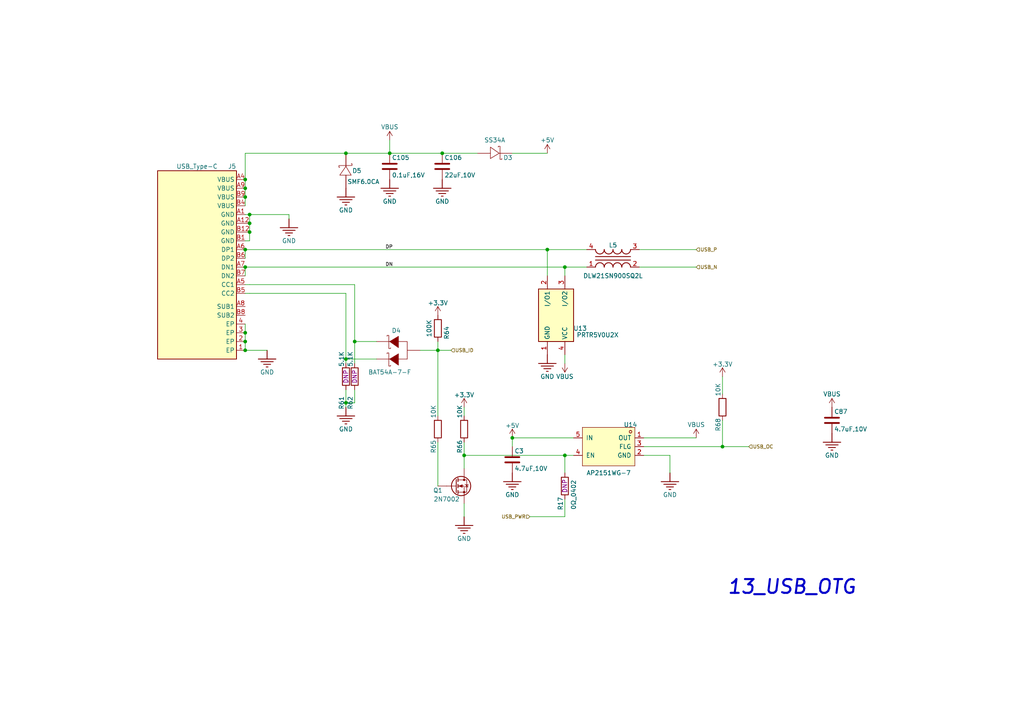
<source format=kicad_sch>
(kicad_sch (version 20230121) (generator eeschema)
  (paper "A4")
  (lib_symbols
    (symbol "02_HPM_Resistor:0Ω_0402" (pin_numbers hide) (pin_names (offset 0))
      (property "Reference" "R" (at -5.08 1.27 0))
      (property "Value" "0Ω_0402" (at 7.62 1.27 0))
      (symbol "0Ω_0402_0_1"
        (rectangle (start 2.54 -1.016) (end -2.54 1.016) (stroke (width 0.254)))
      )
      (symbol "0Ω_0402_1_1"
        (pin passive line (at -3.81 0 0) (length 1.27) (name "~") (number "1"))
        (pin passive line (at 3.81 0 180) (length 1.27) (name "~") (number "2"))
      )
    )
    (symbol "02_HPM_Resistor:100K" (pin_numbers hide) (pin_names (offset 0))
      (property "Reference" "R" (at -5.08 1.27 0))
      (property "Value" "100K" (at 5.08 1.27 0))
      (symbol "100K_0_1"
        (rectangle (start 2.54 -1.016) (end -2.54 1.016) (stroke (width 0.254)))
      )
      (symbol "100K_1_1"
        (pin passive line (at -3.81 0 0) (length 1.27) (name "~") (number "1"))
        (pin passive line (at 3.81 0 180) (length 1.27) (name "~") (number "2"))
      )
    )
    (symbol "02_HPM_Resistor:10K" (pin_numbers hide) (pin_names (offset 0))
      (property "Reference" "R" (at -3.81 1.27 0))
      (property "Value" "10K" (at 5.08 1.27 0))
      (symbol "10K_0_1"
        (rectangle (start 2.54 -1.016) (end -2.54 1.016) (stroke (width 0.254)))
      )
      (symbol "10K_1_1"
        (pin passive line (at -3.81 0 0) (length 1.27) (name "~") (number "1"))
        (pin passive line (at 3.81 0 180) (length 1.27) (name "~") (number "2"))
      )
    )
    (symbol "02_HPM_Resistor:5.1K" (pin_numbers hide) (pin_names (offset 0))
      (property "Reference" "R" (at -3.81 1.27 0))
      (property "Value" "5.1K" (at 5.08 1.27 0))
      (symbol "5.1K_0_1"
        (rectangle (start 2.54 -1.016) (end -2.54 1.016) (stroke (width 0.254)))
      )
      (symbol "5.1K_1_1"
        (pin passive line (at -3.81 0 0) (length 1.27) (name "~") (number "1"))
        (pin passive line (at 3.81 0 180) (length 1.27) (name "~") (number "2"))
      )
    )
    (symbol "03_HPM_Capacitance:0.1uF,16V" (pin_numbers hide) (pin_names (offset 0.254))
      (property "Reference" "C" (at 0.635 2.54 0))
      (property "Value" "0.1uF,16V" (at 0.635 -2.54 0))
      (symbol "0.1uF,16V_0_1"
        (polyline (pts (xy -2.032 -0.762) (xy 2.032 -0.762)) (stroke (width 0.508)))
        (polyline (pts (xy -2.032 0.762) (xy 2.032 0.762)) (stroke (width 0.508)))
      )
      (symbol "0.1uF,16V_1_1"
        (pin passive line (at 0 3.81 270) (length 2.794) (name "~") (number "1"))
        (pin passive line (at 0 -3.81 90) (length 2.794) (name "~") (number "2"))
      )
    )
    (symbol "03_HPM_Capacitance:22uF,10V" (pin_numbers hide) (pin_names (offset 0.254))
      (property "Reference" "C" (at 0.635 2.54 0))
      (property "Value" "22uF,10V" (at 0.635 -2.54 0))
      (symbol "22uF,10V_0_1"
        (polyline (pts (xy -2.032 -0.762) (xy 2.032 -0.762)) (stroke (width 0.508)))
        (polyline (pts (xy -2.032 0.762) (xy 2.032 0.762)) (stroke (width 0.508)))
      )
      (symbol "22uF,10V_1_1"
        (pin passive line (at 0 3.81 270) (length 2.794) (name "~") (number "1"))
        (pin passive line (at 0 -3.81 90) (length 2.794) (name "~") (number "2"))
      )
    )
    (symbol "03_HPM_Capacitance:4.7uF,10V" (pin_numbers hide) (pin_names (offset 0.254))
      (property "Reference" "C" (at 0.635 2.54 0))
      (property "Value" "4.7uF,10V" (at 0.635 -2.54 0))
      (symbol "4.7uF,10V_0_1"
        (polyline (pts (xy -2.032 -0.762) (xy 2.032 -0.762)) (stroke (width 0.508)))
        (polyline (pts (xy -2.032 0.762) (xy 2.032 0.762)) (stroke (width 0.508)))
      )
      (symbol "4.7uF,10V_1_1"
        (pin passive line (at 0 3.81 270) (length 2.794) (name "~") (number "1"))
        (pin passive line (at 0 -3.81 90) (length 2.794) (name "~") (number "2"))
      )
    )
    (symbol "04_HPM_Diode:BAT54A-7-F" (pin_numbers hide) (pin_names (offset 1.016) hide)
      (property "Reference" "D" (at -5.08 5.08 0))
      (property "Value" "BAT54A-7-F" (at 7.62 5.08 0))
      (symbol "BAT54A-7-F_1_1"
        (polyline (pts (xy -0.635 -1.905) (xy 3.175 -1.905)) (stroke (width 0.1524)))
        (polyline (pts (xy -0.635 3.175) (xy 3.175 3.175) (xy 3.175 -1.905)) (stroke (width 0.1524)))
        (polyline (pts (xy 0.635 -0.381) (xy -1.905 -1.905) (xy 0.635 -3.683) (xy 0.635 -0.381)) (stroke (width 0.1524)) (fill (type outline)))
        (polyline (pts (xy 0.635 4.699) (xy -1.905 3.175) (xy 0.635 1.397) (xy 0.635 4.699)) (stroke (width 0.1524)) (fill (type outline)))
        (polyline (pts (xy -2.667 -0.381) (xy -2.667 -0.127) (xy -2.159 -0.127) (xy -2.159 -3.937) (xy -1.651 -3.937) (xy -1.651 -3.683)) (stroke (width 0.1524)))
        (polyline (pts (xy -2.667 4.699) (xy -2.667 4.953) (xy -2.159 4.953) (xy -2.159 1.143) (xy -1.651 1.143) (xy -1.651 1.397)) (stroke (width 0.1524)))
        (pin input line (at -5.715 3.175 0) (length 3.81) (name "A") (number "1"))
        (pin input line (at -5.715 -1.905 0) (length 3.81) (name "A") (number "2"))
        (pin input line (at 6.985 0.635 180) (length 3.81) (name "K") (number "3"))
      )
    )
    (symbol "04_HPM_Diode:PRTR5V0U2X"
      (property "Reference" "U" (at 11.43 -6.35 0))
      (property "Value" "PRTR5V0U2X" (at 10.16 -29.21 0))
      (symbol "PRTR5V0U2X_1_0"
        (rectangle (start 12.7 -7.62) (end 2.54 -22.86) (stroke (width 0.254)) (fill (type background)))
        (pin passive line (at 5.08 -26.67 90) (length 3.81) (name "GND") (number "1"))
        (pin passive line (at 5.08 -3.81 270) (length 3.81) (name "I/O1") (number "2"))
        (pin passive line (at 10.16 -3.81 270) (length 3.81) (name "I/O2") (number "3"))
        (pin passive line (at 10.16 -26.67 90) (length 3.81) (name "VCC") (number "4"))
      )
    )
    (symbol "04_HPM_Diode:SS24A" (pin_numbers hide) (pin_names (offset 1.016) hide)
      (property "Reference" "D" (at -3.81 1.27 0))
      (property "Value" "SS24A" (at 0 -3.81 0))
      (symbol "SS24A_1_1"
        (polyline (pts (xy 1.27 1.524) (xy -1.27 0) (xy -1.27 0) (xy 1.27 -1.778) (xy 1.27 -1.778) (xy 1.27 1.524)))
        (polyline (pts (xy -2.032 1.524) (xy -2.032 1.778) (xy -2.032 1.778) (xy -1.524 1.778) (xy -1.524 1.778) (xy -1.524 -2.032) (xy -1.524 -2.032) (xy -1.016 -2.032) (xy -1.016 -2.032) (xy -1.016 -1.778)))
        (pin input line (at -5.08 0 0) (length 3.81) (name "K") (number "1"))
        (pin input line (at 5.08 0 180) (length 3.81) (name "A") (number "2"))
      )
    )
    (symbol "05_HPM_Connector:USB_Type-C"
      (property "Reference" "J" (at 21.59 1.27 0))
      (property "Value" "USB_Type-C" (at 11.43 1.27 0))
      (symbol "USB_Type-C_1_0"
        (rectangle (start 0 0) (end 22.86 -54.61) (stroke (width 0.254)) (fill (type background)))
        (pin passive line (at 25.4 -52.07 180) (length 2.54) (name "EP") (number "1"))
        (pin passive line (at 25.4 -49.53 180) (length 2.54) (name "EP") (number "2"))
        (pin passive line (at 25.4 -46.99 180) (length 2.54) (name "EP") (number "3"))
        (pin passive line (at 25.4 -44.45 180) (length 2.54) (name "EP") (number "4"))
        (pin passive line (at 25.4 -12.7 180) (length 2.54) (name "GND") (number "A1"))
        (pin passive line (at 26.67 -15.24 180) (length 3.81) (name "GND") (number "A12"))
        (pin passive line (at 25.4 -2.54 180) (length 2.54) (name "VBUS") (number "A4"))
        (pin passive line (at 25.4 -33.02 180) (length 2.54) (name "CC1") (number "A5"))
        (pin passive line (at 25.4 -22.86 180) (length 2.54) (name "DP1") (number "A6"))
        (pin passive line (at 25.4 -27.94 180) (length 2.54) (name "DN1") (number "A7"))
        (pin passive line (at 25.4 -39.37 180) (length 2.54) (name "SUB1") (number "A8"))
        (pin passive line (at 25.4 -5.08 180) (length 2.54) (name "VBUS") (number "A9"))
        (pin passive line (at 25.4 -20.32 180) (length 2.54) (name "GND") (number "B1"))
        (pin passive line (at 26.67 -17.78 180) (length 3.81) (name "GND") (number "B12"))
        (pin passive line (at 25.4 -10.16 180) (length 2.54) (name "VBUS") (number "B4"))
        (pin passive line (at 25.4 -35.56 180) (length 2.54) (name "CC2") (number "B5"))
        (pin passive line (at 25.4 -25.4 180) (length 2.54) (name "DP2") (number "B6"))
        (pin passive line (at 25.4 -30.48 180) (length 2.54) (name "DN2") (number "B7"))
        (pin passive line (at 25.4 -41.91 180) (length 2.54) (name "SUB2") (number "B8"))
        (pin passive line (at 25.4 -7.62 180) (length 2.54) (name "VBUS") (number "B9"))
      )
    )
    (symbol "07_HPM_Inductance:DLW21SN900SQ2L"
      (property "Reference" "L" (at 8.89 -1.27 0))
      (property "Value" "DLW21SN900SQ2L" (at 8.89 -9.525 0))
      (symbol "DLW21SN900SQ2L_1_0"
        (polyline (pts (xy 3.81 -5.588) (xy 13.97 -5.588)) (stroke (width 0.254)))
        (polyline (pts (xy 3.81 -4.572) (xy 13.97 -4.572)) (stroke (width 0.254)))
        (arc (start 3.81 -2.54) (mid 5.08 -3.8045) (end 6.35 -2.54) (stroke (width 0.254)))
        (arc (start 6.35 -7.62) (mid 5.08 -6.3555) (end 3.81 -7.62) (stroke (width 0.254)))
        (arc (start 6.35 -2.54) (mid 7.62 -3.8045) (end 8.89 -2.54) (stroke (width 0.254)))
        (arc (start 8.89 -7.62) (mid 7.62 -6.3555) (end 6.35 -7.62) (stroke (width 0.254)))
        (arc (start 8.89 -2.54) (mid 10.16 -3.8045) (end 11.43 -2.54) (stroke (width 0.254)))
        (arc (start 11.43 -7.62) (mid 10.16 -6.3555) (end 8.89 -7.62) (stroke (width 0.254)))
        (arc (start 11.43 -2.54) (mid 12.7 -3.8045) (end 13.97 -2.54) (stroke (width 0.254)))
        (arc (start 13.97 -7.62) (mid 12.7 -6.3555) (end 11.43 -7.62) (stroke (width 0.254)))
        (pin passive line (at 1.27 -7.62 0) (length 2.54) (name "") (number "1"))
        (pin passive line (at 16.51 -7.62 180) (length 2.54) (name "") (number "2"))
        (pin passive line (at 16.51 -2.54 180) (length 2.54) (name "") (number "3"))
        (pin passive line (at 1.27 -2.54 0) (length 2.54) (name "") (number "4"))
      )
    )
    (symbol "08_Power_IC:AP2151WG-7" (pin_names (offset 1.016))
      (property "Reference" "U" (at -6.35 6.35 0))
      (property "Value" "AP2151WG-7" (at 0 -7.62 0))
      (symbol "AP2151WG-7_1_1"
        (rectangle (start -7.62 -5.588) (end 7.62 5.588) (fill (type background)))
        (circle (center -6.35 4.318) (radius 0.381))
        (circle (center -6.35 4.318) (radius 0.381))
        (pin input line (at -10.16 2.54 0) (length 2.54) (name "OUT") (number "1"))
        (pin input line (at -10.16 -2.54 0) (length 2.54) (name "GND") (number "2"))
        (pin input line (at -10.16 0 0) (length 2.54) (name "FLG") (number "3"))
        (pin input line (at 10.16 -2.54 180) (length 2.54) (name "EN") (number "4"))
        (pin input line (at 10.16 2.54 180) (length 2.54) (name "IN") (number "5"))
      )
    )
    (symbol "10K_1" (pin_numbers hide) (pin_names (offset 0))
      (property "Reference" "R" (at -3.81 1.27 0))
      (property "Value" "10K_1" (at 5.08 1.27 0))
      (symbol "10K_1_0_1"
        (rectangle (start 2.54 -1.016) (end -2.54 1.016) (stroke (width 0.254)))
      )
      (symbol "10K_1_1_1"
        (pin passive line (at -3.81 0 0) (length 1.27) (name "~") (number "1"))
        (pin passive line (at 3.81 0 180) (length 1.27) (name "~") (number "2"))
      )
    )
    (symbol "10K_2" (pin_numbers hide) (pin_names (offset 0))
      (property "Reference" "R" (at -3.81 1.27 0))
      (property "Value" "10K_2" (at 5.08 1.27 0))
      (symbol "10K_2_0_1"
        (rectangle (start 2.54 -1.016) (end -2.54 1.016) (stroke (width 0.254)))
      )
      (symbol "10K_2_1_1"
        (pin passive line (at -3.81 0 0) (length 1.27) (name "~") (number "1"))
        (pin passive line (at 3.81 0 180) (length 1.27) (name "~") (number "2"))
      )
    )
    (symbol "12_HPM_ Triode:2N7002" (pin_numbers hide) (pin_names (offset 1.016) hide)
      (property "Reference" "Q" (at -3.81 1.27 0))
      (property "Value" "2N7002" (at -1.27 -3.81 0))
      (symbol "2N7002_0_1"
        (polyline (pts (xy 1.524 0) (xy -1.27 0)))
        (polyline (pts (xy 1.524 1.905) (xy 1.524 -1.905)) (stroke (width 0.254)))
        (polyline (pts (xy 2.032 -1.27) (xy 2.032 -2.286)) (stroke (width 0.254)))
        (polyline (pts (xy 2.032 0.508) (xy 2.032 -0.508)) (stroke (width 0.254)))
        (polyline (pts (xy 2.032 2.286) (xy 2.032 1.27)) (stroke (width 0.254)))
        (polyline (pts (xy 3.81 2.54) (xy 3.81 1.778)))
        (polyline (pts (xy 3.81 -2.54) (xy 3.81 0) (xy 2.032 0)))
        (polyline (pts (xy 2.032 -1.778) (xy 4.572 -1.778) (xy 4.572 1.778) (xy 2.032 1.778)))
        (polyline (pts (xy 2.286 0) (xy 3.302 0.381) (xy 3.302 -0.381) (xy 2.286 0)) (fill (type outline)))
        (polyline (pts (xy 4.064 0.508) (xy 4.191 0.381) (xy 4.953 0.381) (xy 5.08 0.254)))
        (polyline (pts (xy 4.572 0.381) (xy 4.191 -0.254) (xy 4.953 -0.254) (xy 4.572 0.381)))
        (circle (center 2.921 0) (radius 2.794) (stroke (width 0.254)))
        (circle (center 3.81 -1.778) (radius 0.254) (fill (type outline)))
        (circle (center 3.81 1.778) (radius 0.254) (fill (type outline)))
      )
      (symbol "2N7002_1_1"
        (pin input line (at -3.81 0 0) (length 2.54) (name "G") (number "1"))
        (pin passive line (at 3.81 -5.08 90) (length 2.54) (name "S") (number "2"))
        (pin passive line (at 3.81 5.08 270) (length 2.54) (name "D") (number "3"))
      )
    )
    (symbol "4.7uF,10V_1" (pin_numbers hide) (pin_names (offset 0.254))
      (property "Reference" "C" (at 0.635 2.54 0))
      (property "Value" "4.7uF,10V_1" (at 0.635 -2.54 0))
      (symbol "4.7uF,10V_1_0_1"
        (polyline (pts (xy -2.032 -0.762) (xy 2.032 -0.762)) (stroke (width 0.508)))
        (polyline (pts (xy -2.032 0.762) (xy 2.032 0.762)) (stroke (width 0.508)))
      )
      (symbol "4.7uF,10V_1_1_1"
        (pin passive line (at 0 3.81 270) (length 2.794) (name "~") (number "1"))
        (pin passive line (at 0 -3.81 90) (length 2.794) (name "~") (number "2"))
      )
    )
    (symbol "456-altium-import:GND" (power)
      (property "Reference" "#PWR" (at 0 0 0))
      (property "Value" "GND" (at 0 6.35 0))
      (symbol "GND_0_0"
        (polyline (pts (xy -2.54 -2.54) (xy 2.54 -2.54)) (stroke (width 0.254)))
        (polyline (pts (xy -1.778 -3.302) (xy 1.778 -3.302)) (stroke (width 0.254)))
        (polyline (pts (xy -1.016 -4.064) (xy 1.016 -4.064)) (stroke (width 0.254)))
        (polyline (pts (xy -0.254 -4.826) (xy 0.254 -4.826)) (stroke (width 0.254)))
        (polyline (pts (xy 0 0) (xy 0 -2.54)) (stroke (width 0.254)))
        (pin power_in line (at 0 0 0) (length 0) hide (name "GND") (number ""))
      )
    )
    (symbol "5.1K_1" (pin_numbers hide) (pin_names (offset 0))
      (property "Reference" "R" (at -3.81 1.27 0))
      (property "Value" "5.1K_1" (at 5.08 1.27 0))
      (symbol "5.1K_1_0_1"
        (rectangle (start 2.54 -1.016) (end -2.54 1.016) (stroke (width 0.254)))
      )
      (symbol "5.1K_1_1_1"
        (pin passive line (at -3.81 0 0) (length 1.27) (name "~") (number "1"))
        (pin passive line (at 3.81 0 180) (length 1.27) (name "~") (number "2"))
      )
    )
    (symbol "power:+3.3V" (power) (pin_names (offset 0))
      (property "Value" "+3.3V" (at 0 3.556 0))
      (symbol "+3.3V_0_1"
        (polyline (pts (xy -0.762 1.27) (xy 0 2.54)))
        (polyline (pts (xy 0 0) (xy 0 2.54)))
        (polyline (pts (xy 0 2.54) (xy 0.762 1.27)))
      )
      (symbol "+3.3V_1_1"
        (pin power_in line (at 0 0 90) (length 0) hide (name "+3.3V") (number "1"))
      )
    )
    (symbol "power:+5V" (power) (pin_names (offset 0))
      (property "Value" "+5V" (at 0 3.556 0))
      (symbol "+5V_0_1"
        (polyline (pts (xy -0.762 1.27) (xy 0 2.54)))
        (polyline (pts (xy 0 0) (xy 0 2.54)))
        (polyline (pts (xy 0 2.54) (xy 0.762 1.27)))
      )
      (symbol "+5V_1_1"
        (pin power_in line (at 0 0 90) (length 0) hide (name "+5V") (number "1"))
      )
    )
    (symbol "power:VBUS" (power) (pin_names (offset 0))
      (property "Value" "VBUS" (at 0 3.81 0))
      (symbol "VBUS_0_1"
        (polyline (pts (xy -0.762 1.27) (xy 0 2.54)))
        (polyline (pts (xy 0 0) (xy 0 2.54)))
        (polyline (pts (xy 0 2.54) (xy 0.762 1.27)))
      )
      (symbol "VBUS_1_1"
        (pin power_in line (at 0 0 90) (length 0) hide (name "VBUS") (number "1"))
      )
    )
  )
  (junction (at 113.03 44.45))
  (junction (at 102.87 99.06))
  (junction (at 71.12 99.06))
  (junction (at 72.39 67.31))
  (junction (at 100.33 116.84))
  (junction (at 72.39 64.77))
  (junction (at 134.62 132.08))
  (junction (at 71.12 101.6))
  (junction (at 158.75 72.39))
  (junction (at 127 101.6))
  (junction (at 71.12 72.39))
  (junction (at 71.12 54.61))
  (junction (at 71.12 57.15))
  (junction (at 128.27 44.45))
  (junction (at 71.12 77.47))
  (junction (at 100.33 104.14))
  (junction (at 148.59 127))
  (junction (at 163.83 77.47))
  (junction (at 72.39 62.23))
  (junction (at 100.33 44.45))
  (junction (at 71.12 96.52))
  (junction (at 209.55 129.54))
  (junction (at 163.83 132.08))
  (junction (at 71.12 52.07))
  (wire (pts (xy 186.69 129.54) (xy 209.55 129.54)) (stroke (width 0.15)))
  (wire (pts (xy 134.62 128.27) (xy 134.62 132.08)))
  (wire (pts (xy 71.12 54.61) (xy 71.12 57.15)) (stroke (width 0.15)))
  (wire (pts (xy 127 99.06) (xy 127 101.6)))
  (wire (pts (xy 194.31 132.08) (xy 194.31 137.16)))
  (wire (pts (xy 209.55 129.54) (xy 217.17 129.54)))
  (wire (pts (xy 71.12 77.47) (xy 163.83 77.47)) (stroke (width 0.15)))
  (wire (pts (xy 102.87 99.06) (xy 109.22 99.06)))
  (wire (pts (xy 163.83 149.86) (xy 163.83 144.78)) (stroke (width 0.15)))
  (wire (pts (xy 134.62 132.08) (xy 163.83 132.08)) (stroke (width 0.15)))
  (wire (pts (xy 100.33 85.09) (xy 100.33 104.14)) (stroke (width 0.15)))
  (wire (pts (xy 71.12 72.39) (xy 71.12 74.93)) (stroke (width 0.15)))
  (wire (pts (xy 128.27 44.45) (xy 138.43 44.45)) (stroke (width 0.15)))
  (wire (pts (xy 127 128.27) (xy 127 140.97)))
  (wire (pts (xy 153.67 149.86) (xy 163.83 149.86)) (stroke (width 0.15)))
  (wire (pts (xy 71.12 62.23) (xy 72.39 62.23)))
  (wire (pts (xy 72.39 82.55) (xy 102.87 82.55)) (stroke (width 0.15)))
  (wire (pts (xy 102.87 82.55) (xy 102.87 99.06)) (stroke (width 0.15)))
  (wire (pts (xy 158.75 72.39) (xy 170.18 72.39)) (stroke (width 0.15)))
  (wire (pts (xy 71.12 85.09) (xy 72.39 85.09)))
  (wire (pts (xy 77.47 101.6) (xy 71.12 101.6)))
  (wire (pts (xy 100.33 118.11) (xy 100.33 116.84)))
  (wire (pts (xy 134.62 118.11) (xy 134.62 120.65)))
  (wire (pts (xy 71.12 69.85) (xy 72.39 69.85)))
  (wire (pts (xy 209.55 121.92) (xy 209.55 129.54)))
  (wire (pts (xy 158.75 72.39) (xy 158.75 80.01)))
  (wire (pts (xy 163.83 132.08) (xy 166.37 132.08)))
  (wire (pts (xy 163.83 77.47) (xy 170.18 77.47)) (stroke (width 0.15)))
  (wire (pts (xy 100.33 44.45) (xy 113.03 44.45)) (stroke (width 0.15)))
  (wire (pts (xy 71.12 57.15) (xy 71.12 59.69)) (stroke (width 0.15)))
  (wire (pts (xy 71.12 52.07) (xy 71.12 54.61)) (stroke (width 0.15)))
  (wire (pts (xy 186.69 132.08) (xy 194.31 132.08)))
  (wire (pts (xy 72.39 62.23) (xy 72.39 64.77)) (stroke (width 0.15)))
  (wire (pts (xy 185.42 72.39) (xy 201.93 72.39)) (stroke (width 0.15)))
  (wire (pts (xy 163.83 105.41) (xy 163.83 102.87)))
  (wire (pts (xy 102.87 116.84) (xy 102.87 113.03)))
  (wire (pts (xy 100.33 85.09) (xy 72.39 85.09)) (stroke (width 0.15)))
  (wire (pts (xy 158.75 44.45) (xy 148.59 44.45)))
  (wire (pts (xy 83.82 62.23) (xy 83.82 63.5)))
  (wire (pts (xy 71.12 99.06) (xy 71.12 101.6)) (stroke (width 0.15)))
  (wire (pts (xy 100.33 104.14) (xy 100.33 105.41)) (stroke (width 0.15)))
  (wire (pts (xy 102.87 99.06) (xy 102.87 105.41)) (stroke (width 0.15)))
  (wire (pts (xy 209.55 109.22) (xy 209.55 114.3)) (stroke (width 0.15)))
  (wire (pts (xy 72.39 67.31) (xy 72.39 69.85)) (stroke (width 0.15)))
  (wire (pts (xy 71.12 96.52) (xy 71.12 99.06)) (stroke (width 0.15)))
  (wire (pts (xy 100.33 104.14) (xy 109.22 104.14)))
  (wire (pts (xy 113.03 44.45) (xy 128.27 44.45)) (stroke (width 0.15)))
  (wire (pts (xy 72.39 64.77) (xy 72.39 67.31)))
  (wire (pts (xy 71.12 72.39) (xy 158.75 72.39)) (stroke (width 0.15)))
  (wire (pts (xy 163.83 132.08) (xy 163.83 137.16)))
  (wire (pts (xy 134.62 149.86) (xy 134.62 146.05)) (stroke (width 0.15)))
  (wire (pts (xy 148.59 127) (xy 166.37 127)) (stroke (width 0.15)))
  (wire (pts (xy 121.92 101.6) (xy 127 101.6)) (stroke (width 0.15)))
  (wire (pts (xy 71.12 44.45) (xy 100.33 44.45)) (stroke (width 0.15)))
  (wire (pts (xy 71.12 82.55) (xy 72.39 82.55)))
  (wire (pts (xy 113.03 40.64) (xy 113.03 44.45)) (stroke (width 0.15)))
  (wire (pts (xy 71.12 77.47) (xy 71.12 80.01)) (stroke (width 0.15)))
  (wire (pts (xy 100.33 116.84) (xy 100.33 113.03)))
  (wire (pts (xy 134.62 132.08) (xy 134.62 135.89)) (stroke (width 0.15)))
  (wire (pts (xy 163.83 77.47) (xy 163.83 80.01)))
  (wire (pts (xy 148.59 127) (xy 148.59 129.54)) (stroke (width 0.15)))
  (wire (pts (xy 186.69 127) (xy 201.93 127)) (stroke (width 0.15)))
  (wire (pts (xy 72.39 62.23) (xy 83.82 62.23)))
  (wire (pts (xy 185.42 77.47) (xy 201.93 77.47)) (stroke (width 0.15)))
  (wire (pts (xy 127 101.6) (xy 127 120.65)))
  (wire (pts (xy 71.12 44.45) (xy 71.12 52.07)) (stroke (width 0.15)))
  (wire (pts (xy 71.12 93.98) (xy 71.12 96.52)) (stroke (width 0.15)))
  (wire (pts (xy 127 101.6) (xy 130.81 101.6)) (stroke (width 0.15)))
  (wire (pts (xy 100.33 116.84) (xy 102.87 116.84)))
  (text "13_USB_OTG" (at 210.82 172.72 0) (effects (font (size 4 4) (thickness 0.6) bold italic) (justify left bottom)))
  (label "DP" (at 111.76 72.39 0) (effects (font (size 1 1))))
  (label "DN" (at 111.76 77.47 0) (effects (font (size 1 1))))
  (hierarchical_label "USB_ID" (shape input) (at 130.81 101.6 0) (effects (font (size 1 1))))
  (hierarchical_label "USB_OC" (shape input) (at 217.17 129.54 0) (effects (font (size 1 1))))
  (hierarchical_label "USB_N" (shape input) (at 201.93 77.47 0) (effects (font (size 1 1))))
  (hierarchical_label "USB_P" (shape input) (at 201.93 72.39 0) (effects (font (size 1 1))))
  (hierarchical_label "USB_PWR" (shape input) (at 153.67 149.86 180) (effects (font (size 1 1))))
  (symbol (lib_id "03_HPM_Capacitance:4.7uF,10V") (at 148.59 133.35 0) (unit 1)
    (property "Reference" "C3" (at 149.225 130.81 0) (effects (justify left)))
    (property "Value" "4.7uF,10V" (at 149.225 135.89 0) (effects (justify left)))
    (property "Footprint" "03_HPM_Capacitance:C_0402" (effects hide))
    (property "Model" " CL05A475MP5NRNC" (effects hide))
    (property "Company" " SAMSUNG(三星)" (effects hide))
  )
  (symbol (lib_id "456-altium-import:GND") (at 194.31 137.16 0) (unit 1)
    (property "Reference" "#PWR0250" (effects hide))
    (property "Value" "GND" (at 194.31 143.51 0))
  )
  (symbol (lib_id "02_HPM_Resistor:0Ω_0402") (at 163.83 140.97 90) (unit 1)
    (property "Reference" "R17" (at 162.56 146.05 0))
    (property "Value" "0Ω_0402" (at 166.37 143.51 0))
    (property "Footprint" "02_HPM_Resistor:R_0402_1005Metric" (effects hide))
    (property "Model" "RC0402JR-070RL" (effects hide))
    (property "Company" "YAGEO(国巨)" (effects hide))
    (property "ASSY_OPT" "DNP" (at 163.83 140.97 0))
  )
  (symbol (lib_id "08_Power_IC:AP2151WG-7") (at 176.53 129.54 0) (mirror y) (unit 1)
    (property "Reference" "U14" (at 182.88 123.19 0))
    (property "Value" "AP2151WG-7" (at 176.53 137.16 0))
    (property "Footprint" "Package_TO_SOT_SMD:SOT-23-5" (effects hide))
    (property "Model" "AP2151WG-7" (effects hide))
    (property "Company" "DIODES(美台)" (effects hide))
  )
  (symbol (lib_id "456-altium-import:GND") (at 100.33 118.11 0) (unit 1)
    (property "Reference" "#PWR0251" (effects hide))
    (property "Value" "GND" (at 100.33 124.46 0))
  )
  (symbol (lib_id "456-altium-import:GND") (at 83.82 63.5 0) (unit 1)
    (property "Reference" "#PWR0265" (effects hide))
    (property "Value" "GND" (at 83.82 69.85 0))
  )
  (symbol (lib_id "02_HPM_Resistor:100K") (at 127 95.25 90) (unit 1)
    (property "Reference" "R64" (at 129.54 96.52 0))
    (property "Value" "100K" (at 124.46 95.25 0))
    (property "Footprint" "02_HPM_Resistor:R_0402_1005Metric" (effects hide))
    (property "Model" "0402WGF1003TCE" (effects hide))
    (property "Company" "UNI-ROYAL(厚声)" (effects hide))
  )
  (symbol (lib_id "07_HPM_Inductance:DLW21SN900SQ2L") (at 168.91 69.85 0) (unit 1)
    (property "Reference" "L5" (at 177.8 71.12 0))
    (property "Value" "DLW21SN900SQ2L" (at 177.8 80.01 0))
    (property "Footprint" "07_HPM_Inductance:L2012" (effects hide))
    (property "Model" "DLW21SN900SQ2L" (effects hide))
    (property "Company" "muRata(村田)" (effects hide))
  )
  (symbol (lib_id "power:+5V") (at 158.75 44.45 0) (unit 1)
    (property "Reference" "#PWR0248" (effects hide))
    (property "Value" "+5V" (at 158.75 40.64 0))
  )
  (symbol (lib_name "4.7uF,10V_1") (lib_id "03_HPM_Capacitance:4.7uF,10V") (at 241.3 121.92 0) (unit 1)
    (property "Reference" "C87" (at 241.935 119.38 0) (effects (justify left)))
    (property "Value" "4.7uF,10V" (at 241.935 124.46 0) (effects (justify left)))
    (property "Footprint" "03_HPM_Capacitance:C_0402" (effects hide))
    (property "Model" " CL05A475MP5NRNC" (effects hide))
    (property "Company" " SAMSUNG(三星)" (effects hide))
  )
  (symbol (lib_id "power:+3.3V") (at 134.62 118.11 0) (unit 1)
    (property "Reference" "#PWR0255" (effects hide))
    (property "Value" "+3.3V" (at 134.62 114.554 0))
  )
  (symbol (lib_id "power:+3.3V") (at 209.55 109.22 0) (unit 1)
    (property "Reference" "#PWR0148" (effects hide))
    (property "Value" "+3.3V" (at 209.55 105.664 0))
  )
  (symbol (lib_id "power:VBUS") (at 201.93 127 0) (unit 1)
    (property "Reference" "#PWR0249" (effects hide))
    (property "Value" "VBUS" (at 201.93 123.19 0))
  )
  (symbol (lib_name "10K_2") (lib_id "02_HPM_Resistor:10K") (at 127 124.46 90) (unit 1)
    (property "Reference" "R65" (at 125.73 129.54 0))
    (property "Value" "10K" (at 125.73 119.38 0))
    (property "Footprint" "02_HPM_Resistor:R_0402_1005Metric" (effects hide))
    (property "Model" "0402WGF1002TCE" (effects hide))
    (property "Company" "UNI-ROYAL(厚声)" (effects hide))
  )
  (symbol (lib_id "456-altium-import:GND") (at 148.59 137.16 0) (unit 1)
    (property "Reference" "#PWR0252" (effects hide))
    (property "Value" "GND" (at 148.59 143.51 0))
  )
  (symbol (lib_id "03_HPM_Capacitance:0.1uF,16V") (at 113.03 48.26 0) (unit 1)
    (property "Reference" "C105" (at 113.665 45.72 0) (effects (justify left)))
    (property "Value" "0.1uF,16V" (at 113.665 50.8 0) (effects (justify left)))
    (property "Footprint" "03_HPM_Capacitance:C_0402" (effects hide))
    (property "Model" "CL05B104KO5NNNC" (effects hide))
    (property "Company" "SAMSUNG(三星)" (effects hide))
  )
  (symbol (lib_id "power:VBUS") (at 163.83 105.41 180) (unit 1)
    (property "Reference" "#PWR034" (effects hide))
    (property "Value" "VBUS" (at 163.83 109.22 0))
  )
  (symbol (lib_id "456-altium-import:GND") (at 77.47 101.6 0) (unit 1)
    (property "Reference" "#PWR0259" (effects hide))
    (property "Value" "GND" (at 77.47 107.95 0))
  )
  (symbol (lib_id "04_HPM_Diode:SS24A") (at 143.51 44.45 180) (unit 1)
    (property "Reference" "D3" (at 147.32 45.72 0))
    (property "Value" "SS34A" (at 143.51 40.64 0))
    (property "Footprint" "04_HPM_Diode:SMA" (effects hide))
    (property "Model" "SS24A" (effects hide))
    (property "Company" "YANGJIE(扬杰)" (effects hide))
  )
  (symbol (lib_id "12_HPM_ Triode:2N7002") (at 130.81 140.97 0) (unit 1)
    (property "Reference" "Q1" (at 127 142.24 0))
    (property "Value" "2N7002" (at 129.54 144.78 0))
    (property "Footprint" "12_HPM_ Triode:SOT-23" (effects hide))
    (property "Model" "2N7002" (effects hide))
    (property "Company" " CJ(江苏长电/长晶)" (effects hide))
  )
  (symbol (lib_name "5.1K_1") (lib_id "02_HPM_Resistor:5.1K") (at 102.87 109.22 90) (unit 1)
    (property "Reference" "R62" (at 101.6 116.84 0))
    (property "Value" "5.1K" (at 101.6 104.14 0))
    (property "Footprint" "02_HPM_Resistor:R_0402" (effects hide))
    (property "Model" "0402WGF5101TCE" (effects hide))
    (property "Company" "UNI-ROYAL(厚声)" (effects hide))
    (property "ASSY_OPT" "DNP" (at 102.87 109.22 0))
  )
  (symbol (lib_id "03_HPM_Capacitance:22uF,10V") (at 128.27 48.26 0) (unit 1)
    (property "Reference" "C106" (at 128.905 45.72 0) (effects (justify left)))
    (property "Value" "22uF,10V" (at 128.905 50.8 0) (effects (justify left)))
    (property "Footprint" "03_HPM_Capacitance:C_0603" (effects hide))
    (property "Model" " CL10A226MP8NUNE" (effects hide))
    (property "Company" " SAMSUNG(三星)" (effects hide))
  )
  (symbol (lib_id "456-altium-import:GND") (at 241.3 125.73 0) (unit 1)
    (property "Reference" "#PWR0293" (effects hide))
    (property "Value" "GND" (at 241.3 132.08 0))
  )
  (symbol (lib_id "02_HPM_Resistor:10K") (at 134.62 124.46 90) (unit 1)
    (property "Reference" "R66" (at 133.35 129.54 0))
    (property "Value" "10K" (at 133.35 119.38 0))
    (property "Footprint" "02_HPM_Resistor:R_0402_1005Metric" (effects hide))
    (property "Model" "0402WGF1002TCE" (effects hide))
    (property "Company" "UNI-ROYAL(厚声)" (effects hide))
  )
  (symbol (lib_id "456-altium-import:GND") (at 134.62 149.86 0) (unit 1)
    (property "Reference" "#PWR0257" (effects hide))
    (property "Value" "GND" (at 134.62 156.21 0))
  )
  (symbol (lib_id "power:+5V") (at 148.59 127 0) (unit 1)
    (property "Reference" "#PWR0254" (effects hide))
    (property "Value" "+5V" (at 148.59 123.444 0))
  )
  (symbol (lib_id "02_HPM_Resistor:5.1K") (at 100.33 109.22 90) (unit 1)
    (property "Reference" "R61" (at 99.06 116.84 0))
    (property "Value" "5.1K" (at 99.06 104.14 0))
    (property "Footprint" "02_HPM_Resistor:R_0402" (effects hide))
    (property "Model" "0402WGF5101TCE" (effects hide))
    (property "Company" "UNI-ROYAL(厚声)" (effects hide))
    (property "ASSY_OPT" "DNP" (at 100.33 109.22 0))
  )
  (symbol (lib_id "power:+3.3V") (at 127 91.44 0) (unit 1)
    (property "Reference" "#PWR0253" (effects hide))
    (property "Value" "+3.3V" (at 127 87.884 0))
  )
  (symbol (lib_id "04_HPM_Diode:PRTR5V0U2X") (at 153.67 76.2 0) (unit 1)
    (property "Reference" "U13" (at 168.275 95.25 0))
    (property "Value" "PRTR5V0U2X" (at 173.355 97.155 0))
    (property "Footprint" "04_HPM_Diode:PRTR5V0U2X" (effects hide))
    (property "Model" "PRTR5V0U2X" (effects hide))
    (property "Company" "TECH PUBLIC(台舟)" (effects hide))
  )
  (symbol (lib_id "05_HPM_Connector:USB_Type-C") (at 45.72 49.53 0) (unit 1)
    (property "Reference" "J5" (at 67.31 48.26 0))
    (property "Value" "USB_Type-C" (at 57.15 48.26 0))
    (property "Footprint" "05_HPM_Connector:TYPE-C-16P" (effects hide))
    (property "Model" "KH-TYPE-C-16P" (effects hide))
    (property "Company" "kinghelm(金航标)" (effects hide))
  )
  (symbol (lib_id "04_HPM_Diode:BAT54A-7-F") (at 114.935 102.235 0) (unit 1)
    (property "Reference" "D4" (at 114.935 95.885 0))
    (property "Value" "BAT54A-7-F" (at 113.03 107.95 0))
    (property "Footprint" "04_HPM_Diode:SOT-23-3L" (effects hide))
    (property "Model" "BAT54A-7-F" (effects hide))
    (property "Company" " DIODES(美台)" (effects hide))
  )
  (symbol (lib_id "power:VBUS") (at 113.03 40.64 0) (unit 1)
    (property "Reference" "#PWR0264" (effects hide))
    (property "Value" "VBUS" (at 113.03 36.83 0))
  )
  (symbol (lib_name "10K_1") (lib_id "02_HPM_Resistor:10K") (at 209.55 118.11 90) (unit 1)
    (property "Reference" "R68" (at 208.28 123.19 0))
    (property "Value" "10K" (at 208.28 113.03 0))
    (property "Footprint" "02_HPM_Resistor:R_0402_1005Metric" (effects hide))
    (property "Model" "0402WGF1002TCE" (effects hide))
    (property "Company" "UNI-ROYAL(厚声)" (effects hide))
  )
  (symbol (lib_id "power:VBUS") (at 241.3 118.11 0) (unit 1)
    (property "Reference" "#PWR0294" (effects hide))
    (property "Value" "VBUS" (at 241.3 114.3 0))
  )
  (symbol (lib_id "456-altium-import:GND") (at 100.33 54.61 0) (unit 1)
    (property "Reference" "#PWR0170" (effects hide))
    (property "Value" "GND" (at 100.33 60.96 0))
    (instances (project "HPM1500_DDR2_CORE_RevA" (path "" (reference "#PWR0170") (unit 1)) (path "" (reference "#PWR033") (unit 1))))
  )
  (symbol (lib_id "456-altium-import:GND") (at 158.75 102.87 0) (unit 1)
    (property "Reference" "#PWR0256" (effects hide))
    (property "Value" "GND" (at 158.75 109.22 0))
  )
  (symbol (lib_id "456-altium-import:GND") (at 113.03 52.07 0) (unit 1)
    (property "Reference" "#PWR0263" (effects hide))
    (property "Value" "GND" (at 113.03 58.42 0))
  )
  (symbol (lib_id "04_HPM_Diode:SS24A") (at 100.33 49.53 270) (unit 1)
    (property "Reference" "D5" (at 103.505 49.53 90))
    (property "Value" "SMF6.0CA" (at 105.41 52.705 90))
    (property "Footprint" "04_HPM_Diode:SOD-123" (effects hide))
    (property "Model" "SMF6.0CA" (effects hide))
    (property "Company" "晶导微电子" (effects hide))
    (instances (project "HPM1500_DDR2_CORE_RevA" (path "" (reference "D5") (unit 1)) (path "" (reference "D6") (unit 1))))
  )
  (symbol (lib_id "456-altium-import:GND") (at 128.27 52.07 0) (unit 1)
    (property "Reference" "#PWR0261" (effects hide))
    (property "Value" "GND" (at 128.27 58.42 0))
  )
)
</source>
